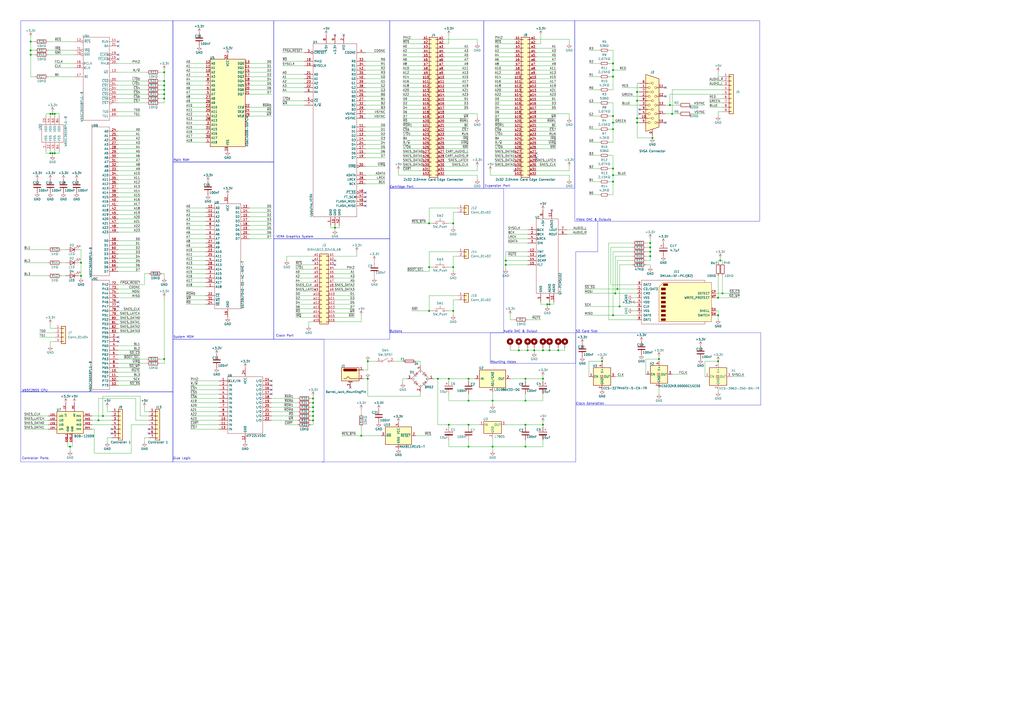
<source format=kicad_sch>
(kicad_sch
	(version 20231120)
	(generator "eeschema")
	(generator_version "8.0")
	(uuid "24268fb5-9051-453e-aa4f-3f063d8cbf81")
	(paper "A2")
	
	(junction
		(at 17.78 31.75)
		(diameter 0)
		(color 0 0 0 0)
		(uuid "0511a2a8-8e4f-4f8c-8ebc-e6ae30743f17")
	)
	(junction
		(at 248.92 129.54)
		(diameter 0)
		(color 0 0 0 0)
		(uuid "055f4555-4d71-4327-b716-65333f0b3c80")
	)
	(junction
		(at 416.56 172.72)
		(diameter 0)
		(color 0 0 0 0)
		(uuid "05f604e2-541d-4734-8204-d02b771a01f8")
	)
	(junction
		(at 29.21 88.9)
		(diameter 0)
		(color 0 0 0 0)
		(uuid "07ebd7c1-668f-488d-b46f-f7cb68c0cabb")
	)
	(junction
		(at 95.25 57.15)
		(diameter 0)
		(color 0 0 0 0)
		(uuid "0b96100e-b5e7-492b-9bd4-12e23fe03fb1")
	)
	(junction
		(at 417.83 151.13)
		(diameter 0)
		(color 0 0 0 0)
		(uuid "0cc19e3e-fc66-43df-9452-f28966d9d9b9")
	)
	(junction
		(at 95.25 208.28)
		(diameter 0)
		(color 0 0 0 0)
		(uuid "0ed27ab3-8d38-4144-be11-7325d24d990b")
	)
	(junction
		(at 293.37 151.13)
		(diameter 0)
		(color 0 0 0 0)
		(uuid "12d8bc6c-7a73-4d6e-9a2a-f0d88ea377ae")
	)
	(junction
		(at 194.31 132.08)
		(diameter 0)
		(color 0 0 0 0)
		(uuid "165a8620-cc52-4dab-809d-64ee0df4fe09")
	)
	(junction
		(at 355.6 40.64)
		(diameter 0)
		(color 0 0 0 0)
		(uuid "16c74f7b-980d-4ed2-88fd-9ab87bb14bd1")
	)
	(junction
		(at 314.96 246.38)
		(diameter 0)
		(color 0 0 0 0)
		(uuid "17317352-5770-4f74-8324-b4e733ee006c")
	)
	(junction
		(at 388.62 60.96)
		(diameter 0)
		(color 0 0 0 0)
		(uuid "1a6da629-9e06-4bba-9def-d0f1c9ede89c")
	)
	(junction
		(at 369.57 68.58)
		(diameter 0)
		(color 0 0 0 0)
		(uuid "1e5ba76c-72b1-441b-9fb0-ef4a8a1a4dba")
	)
	(junction
		(at 304.8 246.38)
		(diameter 0)
		(color 0 0 0 0)
		(uuid "2ac9d8d0-bc37-42a1-b7ae-9922cf1a5eac")
	)
	(junction
		(at 377.19 143.51)
		(diameter 0)
		(color 0 0 0 0)
		(uuid "2e035fc3-8bc2-4201-8be6-075927b02d56")
	)
	(junction
		(at 293.37 153.67)
		(diameter 0)
		(color 0 0 0 0)
		(uuid "3461c7e6-54cf-4f66-978e-2e1737befde6")
	)
	(junction
		(at 318.77 176.53)
		(diameter 0)
		(color 0 0 0 0)
		(uuid "3783c288-3d0f-4aa0-a370-200ec8aff10c")
	)
	(junction
		(at 271.78 219.71)
		(diameter 0)
		(color 0 0 0 0)
		(uuid "3b06dcf5-6e22-4565-ba18-4228106b873e")
	)
	(junction
		(at 181.61 243.84)
		(diameter 0)
		(color 0 0 0 0)
		(uuid "404b6080-2ebd-4700-a068-0ca55160176a")
	)
	(junction
		(at 254 219.71)
		(diameter 0)
		(color 0 0 0 0)
		(uuid "4355c20f-b824-4b38-acec-6dad1ee94692")
	)
	(junction
		(at 355.6 67.31)
		(diameter 0)
		(color 0 0 0 0)
		(uuid "48daedbf-cb31-4428-97d5-e4f8a82feaae")
	)
	(junction
		(at 271.78 232.41)
		(diameter 0)
		(color 0 0 0 0)
		(uuid "492124ac-16ba-4b7b-9fbb-0f0e2233e14d")
	)
	(junction
		(at 248.92 180.34)
		(diameter 0)
		(color 0 0 0 0)
		(uuid "4a114abf-1118-4789-a166-3d00a70d3984")
	)
	(junction
		(at 213.36 219.71)
		(diameter 0)
		(color 0 0 0 0)
		(uuid "4b2576c1-c304-4541-9a5d-25a299bd215d")
	)
	(junction
		(at 359.41 177.8)
		(diameter 0)
		(color 0 0 0 0)
		(uuid "4c355ad5-3043-41c8-a82f-ab065dcf09e9")
	)
	(junction
		(at 95.25 54.61)
		(diameter 0)
		(color 0 0 0 0)
		(uuid "4cf2456d-85c1-4dfe-8b61-78a65a64e07f")
	)
	(junction
		(at 30.48 66.04)
		(diameter 0)
		(color 0 0 0 0)
		(uuid "514b94c8-5cf1-4ebb-b377-2ae3ba527c3e")
	)
	(junction
		(at 95.25 41.91)
		(diameter 0)
		(color 0 0 0 0)
		(uuid "55edda16-0e77-4be2-a973-006669076d79")
	)
	(junction
		(at 285.75 259.08)
		(diameter 0)
		(color 0 0 0 0)
		(uuid "59c92d1d-234e-479f-b443-1e93c93278f4")
	)
	(junction
		(at 377.19 148.59)
		(diameter 0)
		(color 0 0 0 0)
		(uuid "5ba6f890-e8f3-4fe5-b65e-57d7bd225414")
	)
	(junction
		(at 355.6 182.88)
		(diameter 0)
		(color 0 0 0 0)
		(uuid "5e560022-889e-4df6-872f-d0ca772a7b7f")
	)
	(junction
		(at 369.57 53.34)
		(diameter 0)
		(color 0 0 0 0)
		(uuid "5f153c3e-885c-440c-9da3-1c3e38ea305a")
	)
	(junction
		(at 260.35 246.38)
		(diameter 0)
		(color 0 0 0 0)
		(uuid "63111a55-6315-49d2-a978-a1cf97315605")
	)
	(junction
		(at 304.8 259.08)
		(diameter 0)
		(color 0 0 0 0)
		(uuid "6366b1c8-336d-46ff-ae45-8848cb0579fc")
	)
	(junction
		(at 181.61 231.14)
		(diameter 0)
		(color 0 0 0 0)
		(uuid "647f9f6a-163e-4096-a9a8-32eb2b14c02e")
	)
	(junction
		(at 248.92 154.94)
		(diameter 0)
		(color 0 0 0 0)
		(uuid "6688481a-bb1d-4a7d-bb48-103296663e29")
	)
	(junction
		(at 262.89 180.34)
		(diameter 0)
		(color 0 0 0 0)
		(uuid "68e5833d-8495-41b5-a662-1c727c7cdabf")
	)
	(junction
		(at 213.36 209.55)
		(diameter 0)
		(color 0 0 0 0)
		(uuid "6b8bc061-f69b-44a2-b5ac-4b0d49e5cdbe")
	)
	(junction
		(at 29.21 66.04)
		(diameter 0)
		(color 0 0 0 0)
		(uuid "6c204841-57f7-4b89-96c7-81b1bd36d8d5")
	)
	(junction
		(at 181.61 241.3)
		(diameter 0)
		(color 0 0 0 0)
		(uuid "6ca25e10-e790-49b6-9f88-67f4c1834a0b")
	)
	(junction
		(at 355.6 71.12)
		(diameter 0)
		(color 0 0 0 0)
		(uuid "6e453fed-44d1-4244-9415-b310efa03310")
	)
	(junction
		(at
... [515680 chars truncated]
</source>
